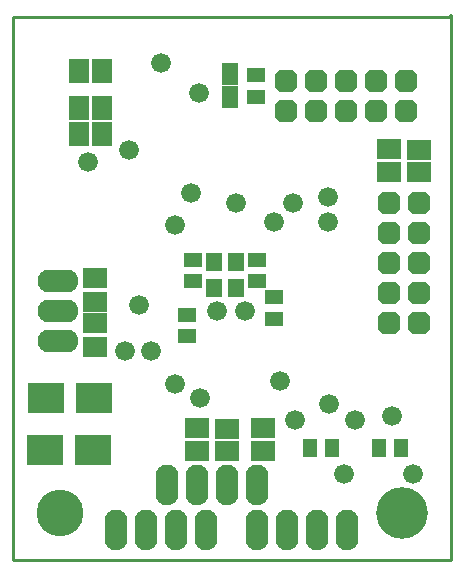
<source format=gbs>
%FSLAX44Y44*%
%MOMM*%
G71*
G01*
G75*
G04 Layer_Color=16711935*
%ADD10R,0.5588X1.2700*%
%ADD11R,1.2700X0.5588*%
%ADD12R,2.5146X3.5052*%
%ADD13R,3.5052X2.5146*%
%ADD14R,1.3208X1.6002*%
%ADD15R,1.2192X1.2192*%
%ADD16R,0.6604X2.0320*%
%ADD17R,1.2192X1.2192*%
%ADD18R,2.0066X1.5240*%
%ADD19R,2.0066X3.8100*%
%ADD20R,1.6002X1.3208*%
%ADD21C,0.8128*%
%ADD22C,0.4064*%
%ADD23C,0.3048*%
%ADD24C,0.3050*%
%ADD25C,0.4060*%
%ADD26C,0.2540*%
G04:AMPARAMS|DCode=27|XSize=1.524mm|YSize=1.524mm|CornerRadius=0mm|HoleSize=0mm|Usage=FLASHONLY|Rotation=0.000|XOffset=0mm|YOffset=0mm|HoleType=Round|Shape=Octagon|*
%AMOCTAGOND27*
4,1,8,0.7620,-0.3810,0.7620,0.3810,0.3810,0.7620,-0.3810,0.7620,-0.7620,0.3810,-0.7620,-0.3810,-0.3810,-0.7620,0.3810,-0.7620,0.7620,-0.3810,0.0*
%
%ADD27OCTAGOND27*%

%ADD28O,3.0480X1.5240*%
%ADD29O,1.5240X3.0480*%
G04:AMPARAMS|DCode=30|XSize=1.524mm|YSize=1.524mm|CornerRadius=0mm|HoleSize=0mm|Usage=FLASHONLY|Rotation=270.000|XOffset=0mm|YOffset=0mm|HoleType=Round|Shape=Octagon|*
%AMOCTAGOND30*
4,1,8,-0.3810,-0.7620,0.3810,-0.7620,0.7620,-0.3810,0.7620,0.3810,0.3810,0.7620,-0.3810,0.7620,-0.7620,0.3810,-0.7620,-0.3810,-0.3810,-0.7620,0.0*
%
%ADD30OCTAGOND30*%

%ADD31C,3.5560*%
%ADD32C,1.2700*%
%ADD33R,0.8128X1.2192*%
%ADD34R,1.2192X0.8128*%
%ADD35R,1.0160X1.5240*%
%ADD36R,1.0160X1.2192*%
%ADD37R,2.7432X2.1590*%
%ADD38C,0.6096*%
%ADD39C,0.1524*%
%ADD40C,0.2032*%
%ADD41C,0.0000*%
%ADD42C,0.0508*%
%ADD43C,0.0518*%
%ADD44C,0.0648*%
%ADD45R,0.2032X0.2016*%
%ADD46R,1.2700X1.9050*%
%ADD47R,0.7620X1.7780*%
%ADD48R,1.2700X0.7620*%
%ADD49R,0.2016X0.2032*%
%ADD50R,0.9652X1.6764*%
%ADD51R,1.6764X0.9652*%
%ADD52R,2.9210X3.9116*%
%ADD53R,3.9116X2.9210*%
%ADD54R,1.7272X2.0066*%
%ADD55R,1.6256X1.6256*%
%ADD56R,1.0668X2.4384*%
%ADD57R,1.6256X1.6256*%
%ADD58R,2.4130X1.9304*%
%ADD59R,2.4130X4.2164*%
%ADD60R,2.0066X1.7272*%
G04:AMPARAMS|DCode=61|XSize=1.9304mm|YSize=1.9304mm|CornerRadius=0mm|HoleSize=0mm|Usage=FLASHONLY|Rotation=0.000|XOffset=0mm|YOffset=0mm|HoleType=Round|Shape=Octagon|*
%AMOCTAGOND61*
4,1,8,0.9652,-0.4826,0.9652,0.4826,0.4826,0.9652,-0.4826,0.9652,-0.9652,0.4826,-0.9652,-0.4826,-0.4826,-0.9652,0.4826,-0.9652,0.9652,-0.4826,0.0*
%
%ADD61OCTAGOND61*%

%ADD62O,3.4544X1.9304*%
%ADD63O,1.9304X3.4544*%
G04:AMPARAMS|DCode=64|XSize=1.9304mm|YSize=1.9304mm|CornerRadius=0mm|HoleSize=0mm|Usage=FLASHONLY|Rotation=270.000|XOffset=0mm|YOffset=0mm|HoleType=Round|Shape=Octagon|*
%AMOCTAGOND64*
4,1,8,-0.4826,-0.9652,0.4826,-0.9652,0.9652,-0.4826,0.9652,0.4826,0.4826,0.9652,-0.4826,0.9652,-0.9652,0.4826,-0.9652,-0.4826,-0.4826,-0.9652,0.0*
%
%ADD64OCTAGOND64*%

%ADD65C,4.3688*%
%ADD66C,3.9624*%
%ADD67C,1.6764*%
%ADD68R,1.2192X1.6256*%
%ADD69R,1.6256X1.2192*%
%ADD70R,1.4224X1.9304*%
%ADD71R,1.4224X1.6256*%
%ADD72R,3.1496X2.5654*%
D26*
X0Y0D02*
X370840D01*
Y461010D01*
X369570Y459740D02*
X370840Y461010D01*
X0Y459740D02*
X369570D01*
X0Y0D02*
Y459740D01*
D54*
X75540Y382270D02*
D03*
X56388D02*
D03*
X75540Y360680D02*
D03*
X56388D02*
D03*
X55880Y414020D02*
D03*
X76040D02*
D03*
D60*
X212090Y92100D02*
D03*
Y111252D02*
D03*
X156210Y92100D02*
D03*
Y111252D02*
D03*
X181610Y111100D02*
D03*
Y91948D02*
D03*
X69850Y200660D02*
D03*
Y180500D02*
D03*
Y218440D02*
D03*
Y238600D02*
D03*
X344246Y347320D02*
D03*
Y328168D02*
D03*
X318770Y328320D02*
D03*
Y347472D02*
D03*
D61*
X231140Y379730D02*
D03*
Y405130D02*
D03*
X256540Y379730D02*
D03*
Y405130D02*
D03*
X281940Y379730D02*
D03*
Y405130D02*
D03*
X307340Y379730D02*
D03*
Y405130D02*
D03*
X332740Y379730D02*
D03*
Y405130D02*
D03*
D62*
X38100Y185420D02*
D03*
Y210820D02*
D03*
Y236220D02*
D03*
D63*
X163830Y25400D02*
D03*
X138430D02*
D03*
X113030D02*
D03*
X87630D02*
D03*
X283210D02*
D03*
X257810D02*
D03*
X232410D02*
D03*
X207010D02*
D03*
X130810Y63500D02*
D03*
X156210D02*
D03*
X181610D02*
D03*
X207010D02*
D03*
D64*
X344170Y200660D02*
D03*
Y226060D02*
D03*
Y251460D02*
D03*
Y276860D02*
D03*
Y302260D02*
D03*
X318770Y200660D02*
D03*
Y226060D02*
D03*
Y251460D02*
D03*
Y276860D02*
D03*
Y302260D02*
D03*
D65*
X330000Y40000D02*
D03*
D66*
X40000D02*
D03*
D67*
X63500Y336550D02*
D03*
X125730Y420370D02*
D03*
X280670Y72390D02*
D03*
X339090D02*
D03*
X321310Y121920D02*
D03*
X267970Y132080D02*
D03*
X226060Y151130D02*
D03*
X238760Y118110D02*
D03*
X289560D02*
D03*
X98810Y346960D02*
D03*
X157480Y394970D02*
D03*
X137160Y283210D02*
D03*
X150876Y310896D02*
D03*
X137160Y148590D02*
D03*
X158750Y137160D02*
D03*
X95250Y176530D02*
D03*
X116840D02*
D03*
X106680Y215900D02*
D03*
X266700Y307340D02*
D03*
Y285750D02*
D03*
X237490Y302260D02*
D03*
X220980Y285750D02*
D03*
X189230Y302260D02*
D03*
X172720Y210820D02*
D03*
X196850D02*
D03*
D68*
X270331Y94500D02*
D03*
X252187D02*
D03*
X328751D02*
D03*
X310607D02*
D03*
D69*
X220980Y222360D02*
D03*
Y204216D02*
D03*
X205740Y410320D02*
D03*
Y392176D02*
D03*
X152400Y236110D02*
D03*
Y254254D02*
D03*
X207010Y236110D02*
D03*
Y254254D02*
D03*
X147320Y189120D02*
D03*
Y207264D02*
D03*
D70*
X184150Y391920D02*
D03*
Y410972D02*
D03*
D71*
X170180Y230300D02*
D03*
Y252476D02*
D03*
X189230Y230300D02*
D03*
Y252476D02*
D03*
D72*
X68580Y137414D02*
D03*
X68326Y93218D02*
D03*
X27940Y137414D02*
D03*
X27686Y93218D02*
D03*
M02*

</source>
